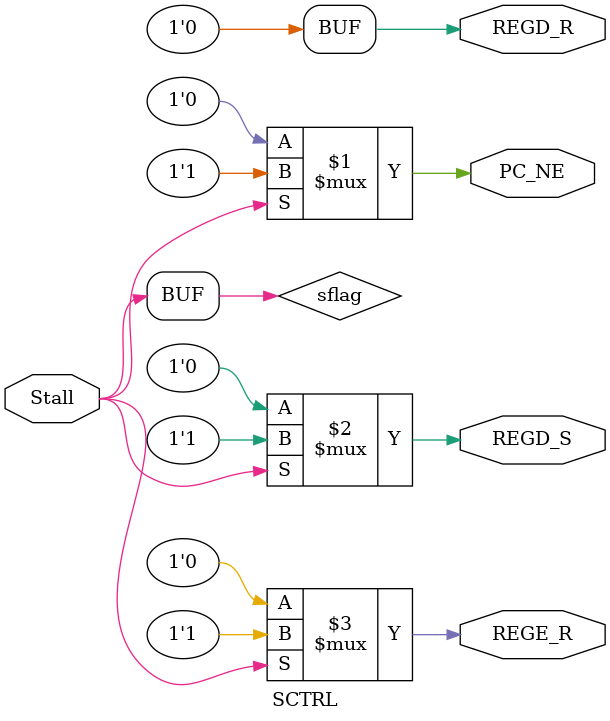
<source format=v>
`timescale 1ns / 1ps
module SCTRL(
    input Stall,
	 output PC_NE,
	 output REGD_S,
	 output REGD_R,
	 output REGE_R
    );
	wire sflag;
	assign sflag	=	Stall;
	
	assign PC_NE	=	sflag ? 1'b1 : 1'b0;
	assign REGD_S	=	sflag ? 1'b1 : 1'b0;
	assign REGE_R	=	sflag ? 1'b1 : 1'b0;
	assign REGD_R	=	1'b0;

endmodule

</source>
